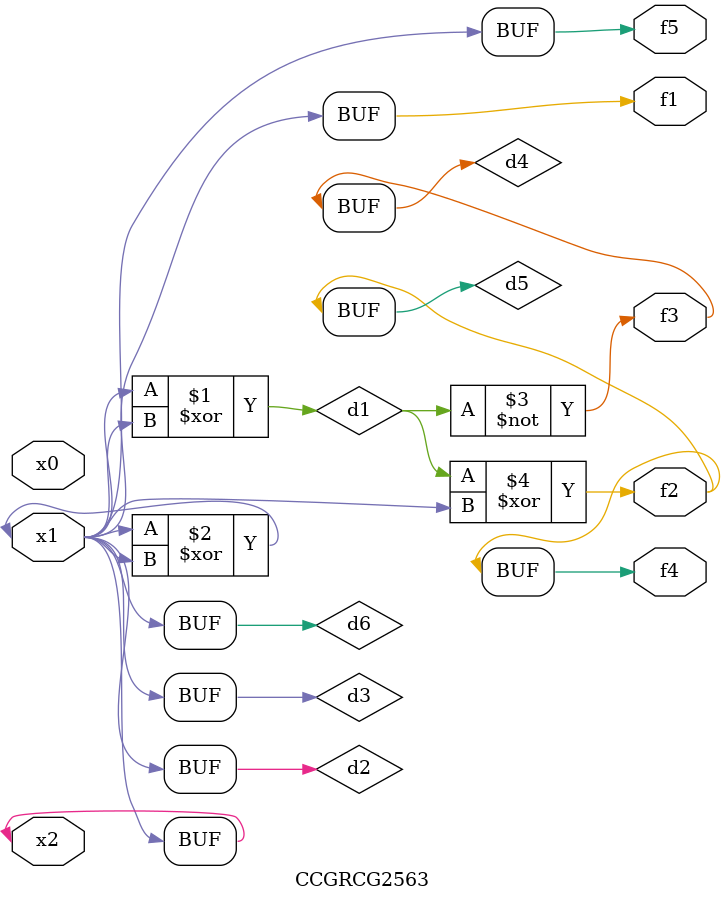
<source format=v>
module CCGRCG2563(
	input x0, x1, x2,
	output f1, f2, f3, f4, f5
);

	wire d1, d2, d3, d4, d5, d6;

	xor (d1, x1, x2);
	buf (d2, x1, x2);
	xor (d3, x1, x2);
	nor (d4, d1);
	xor (d5, d1, d2);
	buf (d6, d2, d3);
	assign f1 = d6;
	assign f2 = d5;
	assign f3 = d4;
	assign f4 = d5;
	assign f5 = d6;
endmodule

</source>
